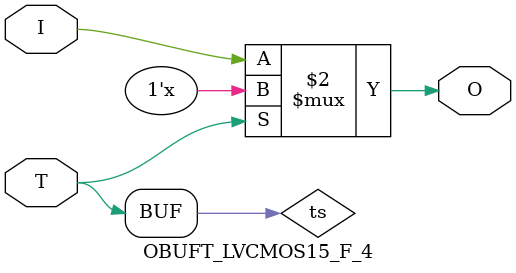
<source format=v>

/*

FUNCTION	: TRI-STATE OUTPUT BUFFER

*/

`celldefine
`timescale  100 ps / 10 ps

module OBUFT_LVCMOS15_F_4 (O, I, T);

    output O;

    input  I, T;

    or O1 (ts, 1'b0, T);
    bufif0 T1 (O, I, ts);

endmodule

</source>
